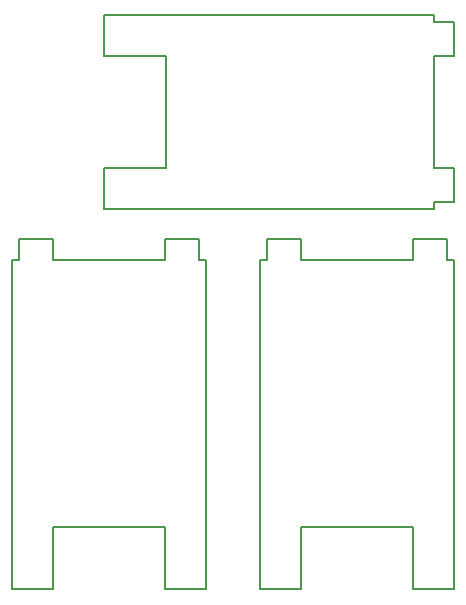
<source format=gbr>
G04 #@! TF.GenerationSoftware,KiCad,Pcbnew,5.1.5+dfsg1-2build2*
G04 #@! TF.CreationDate,2021-12-20T12:08:05-03:00*
G04 #@! TF.ProjectId,prueba,70727565-6261-42e6-9b69-6361645f7063,rev?*
G04 #@! TF.SameCoordinates,Original*
G04 #@! TF.FileFunction,Legend,Bot*
G04 #@! TF.FilePolarity,Positive*
%FSLAX46Y46*%
G04 Gerber Fmt 4.6, Leading zero omitted, Abs format (unit mm)*
G04 Created by KiCad (PCBNEW 5.1.5+dfsg1-2build2) date 2021-12-20 12:08:05*
%MOMM*%
%LPD*%
G04 APERTURE LIST*
%ADD10C,0.200000*%
G04 APERTURE END LIST*
D10*
X135500000Y-44400000D02*
X135500000Y-43800000D01*
X107580000Y-60200000D02*
X107580000Y-56730000D01*
X137230000Y-47270000D02*
X137230000Y-44400000D01*
X135500000Y-44400000D02*
X137230000Y-44400000D01*
X135500000Y-60200000D02*
X135500000Y-59600000D01*
X135500000Y-59600000D02*
X137230000Y-59600000D01*
X107580000Y-60200000D02*
X135500000Y-60200000D01*
X107580000Y-47270000D02*
X112825000Y-47270000D01*
X112825000Y-56730000D02*
X112825000Y-47270000D01*
X107580000Y-47270000D02*
X107580000Y-43800000D01*
X137230000Y-59600000D02*
X137230000Y-56730000D01*
X135500000Y-56730000D02*
X137230000Y-56730000D01*
X107580000Y-56730000D02*
X112825000Y-56730000D01*
X135500000Y-56730000D02*
X135500000Y-47270000D01*
X107580000Y-43800000D02*
X135500000Y-43800000D01*
X135500000Y-47270000D02*
X137230000Y-47270000D01*
X100400000Y-64500000D02*
X99800000Y-64500000D01*
X116200000Y-92420000D02*
X112730000Y-92420000D01*
X103270000Y-62770000D02*
X100400000Y-62770000D01*
X100400000Y-64500000D02*
X100400000Y-62770000D01*
X116200000Y-64500000D02*
X115600000Y-64500000D01*
X115600000Y-64500000D02*
X115600000Y-62770000D01*
X116200000Y-92420000D02*
X116200000Y-64500000D01*
X103270000Y-92420000D02*
X103270000Y-87175000D01*
X112730000Y-87175000D02*
X103270000Y-87175000D01*
X103270000Y-92420000D02*
X99800000Y-92420000D01*
X115600000Y-62770000D02*
X112730000Y-62770000D01*
X112730000Y-64500000D02*
X112730000Y-62770000D01*
X112730000Y-92420000D02*
X112730000Y-87175000D01*
X112730000Y-64500000D02*
X103270000Y-64500000D01*
X99800000Y-92420000D02*
X99800000Y-64500000D01*
X103270000Y-64500000D02*
X103270000Y-62770000D01*
X121400000Y-64500000D02*
X120800000Y-64500000D01*
X137200000Y-92420000D02*
X133730000Y-92420000D01*
X124270000Y-62770000D02*
X121400000Y-62770000D01*
X121400000Y-64500000D02*
X121400000Y-62770000D01*
X137200000Y-64500000D02*
X136600000Y-64500000D01*
X136600000Y-64500000D02*
X136600000Y-62770000D01*
X137200000Y-92420000D02*
X137200000Y-64500000D01*
X124270000Y-92420000D02*
X124270000Y-87175000D01*
X133730000Y-87175000D02*
X124270000Y-87175000D01*
X124270000Y-92420000D02*
X120800000Y-92420000D01*
X136600000Y-62770000D02*
X133730000Y-62770000D01*
X133730000Y-64500000D02*
X133730000Y-62770000D01*
X133730000Y-92420000D02*
X133730000Y-87175000D01*
X133730000Y-64500000D02*
X124270000Y-64500000D01*
X120800000Y-92420000D02*
X120800000Y-64500000D01*
X124270000Y-64500000D02*
X124270000Y-62770000D01*
M02*

</source>
